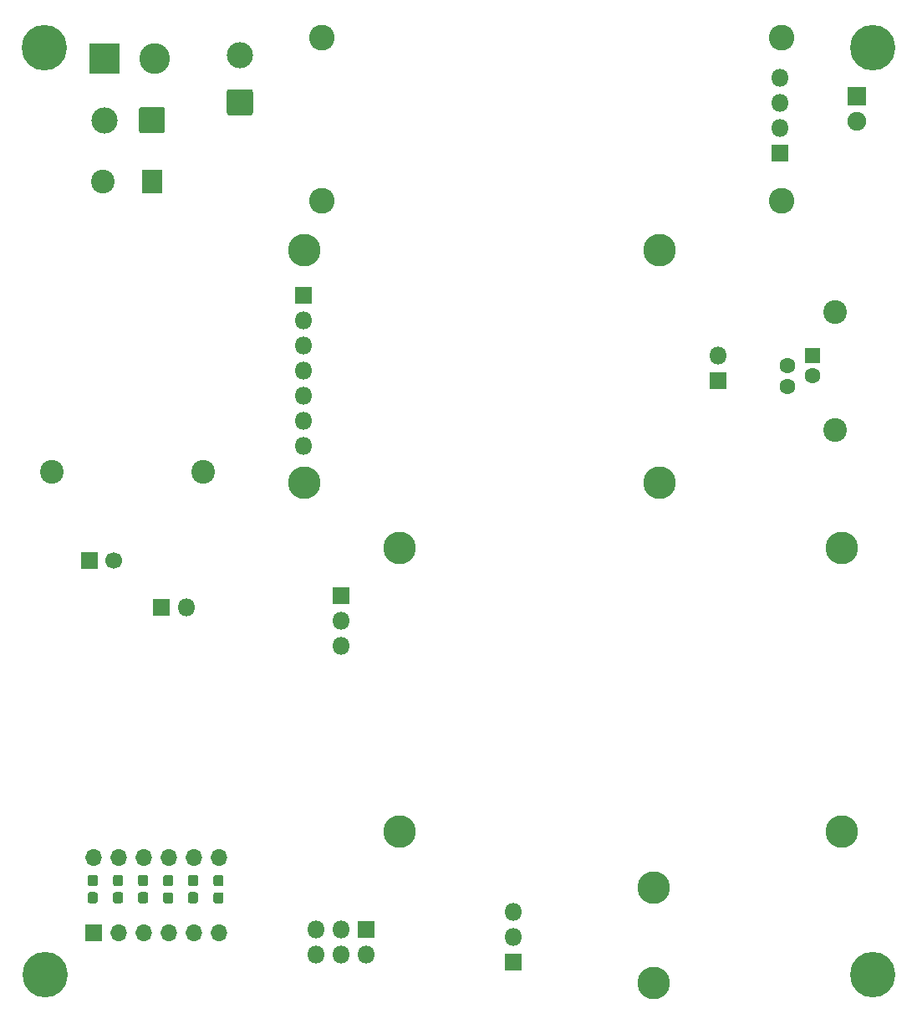
<source format=gbs>
G04 #@! TF.GenerationSoftware,KiCad,Pcbnew,(5.1.6)-1*
G04 #@! TF.CreationDate,2021-11-02T04:41:39+01:00*
G04 #@! TF.ProjectId,SLAVE,534c4156-452e-46b6-9963-61645f706362,V1*
G04 #@! TF.SameCoordinates,Original*
G04 #@! TF.FileFunction,Soldermask,Bot*
G04 #@! TF.FilePolarity,Negative*
%FSLAX46Y46*%
G04 Gerber Fmt 4.6, Leading zero omitted, Abs format (unit mm)*
G04 Created by KiCad (PCBNEW (5.1.6)-1) date 2021-11-02 04:41:39*
%MOMM*%
%LPD*%
G01*
G04 APERTURE LIST*
%ADD10C,4.600000*%
%ADD11C,2.600000*%
%ADD12C,3.300000*%
%ADD13C,1.700000*%
%ADD14R,1.700000X1.700000*%
%ADD15C,1.900000*%
%ADD16R,1.900000X1.900000*%
%ADD17C,2.650000*%
%ADD18R,1.800000X1.800000*%
%ADD19O,1.800000X1.800000*%
%ADD20C,3.100000*%
%ADD21R,3.100000X3.100000*%
%ADD22C,1.600000*%
%ADD23C,2.400000*%
%ADD24R,1.600000X1.600000*%
%ADD25R,2.100000X2.400000*%
%ADD26O,1.700000X1.700000*%
G04 APERTURE END LIST*
D10*
X189500000Y-55570000D03*
X189510000Y-149390000D03*
X105640000Y-55580000D03*
X105660000Y-149390000D03*
D11*
X180310000Y-71070000D03*
X180310000Y-54490000D03*
X133710000Y-71070000D03*
X133710000Y-54490000D03*
D12*
X186350000Y-106160000D03*
X186350000Y-134900000D03*
X167950000Y-99570000D03*
X167950000Y-76070000D03*
X167320000Y-150230000D03*
X167320000Y-140560000D03*
X141630000Y-134900000D03*
X141630000Y-106160000D03*
X131940000Y-99570000D03*
X131940000Y-76070000D03*
D13*
X112680000Y-107460000D03*
D14*
X110180000Y-107460000D03*
D15*
X187950000Y-62960000D03*
D16*
X187950000Y-60420000D03*
G36*
G01*
X126485197Y-62395000D02*
X124354803Y-62395000D01*
G75*
G02*
X124095000Y-62135197I0J259803D01*
G01*
X124095000Y-60004803D01*
G75*
G02*
X124354803Y-59745000I259803J0D01*
G01*
X126485197Y-59745000D01*
G75*
G02*
X126745000Y-60004803I0J-259803D01*
G01*
X126745000Y-62135197D01*
G75*
G02*
X126485197Y-62395000I-259803J0D01*
G01*
G37*
D17*
X125420000Y-56270000D03*
D18*
X117470000Y-112190000D03*
D19*
X120010000Y-112190000D03*
D20*
X116760000Y-56610000D03*
D21*
X111680000Y-56610000D03*
D19*
X133150000Y-147280000D03*
X133150000Y-144740000D03*
X135690000Y-147280000D03*
X135690000Y-144740000D03*
X138230000Y-147280000D03*
D18*
X138230000Y-144740000D03*
D19*
X153120000Y-142980000D03*
X153120000Y-145520000D03*
D18*
X153120000Y-148060000D03*
D17*
X111710000Y-62870000D03*
G36*
G01*
X117835000Y-61804803D02*
X117835000Y-63935197D01*
G75*
G02*
X117575197Y-64195000I-259803J0D01*
G01*
X115444803Y-64195000D01*
G75*
G02*
X115185000Y-63935197I0J259803D01*
G01*
X115185000Y-61804803D01*
G75*
G02*
X115444803Y-61545000I259803J0D01*
G01*
X117575197Y-61545000D01*
G75*
G02*
X117835000Y-61804803I0J-259803D01*
G01*
G37*
D19*
X180080000Y-58580000D03*
X180080000Y-61120000D03*
X180080000Y-63660000D03*
D18*
X180080000Y-66200000D03*
X135710000Y-110970000D03*
D19*
X135710000Y-113510000D03*
X135710000Y-116050000D03*
D18*
X131880000Y-80570000D03*
D19*
X131880000Y-83110000D03*
X131880000Y-85650000D03*
X131880000Y-88190000D03*
X131880000Y-90730000D03*
X131880000Y-93270000D03*
X131880000Y-95810000D03*
X173870000Y-86740000D03*
D18*
X173870000Y-89280000D03*
D22*
X180910000Y-89790000D03*
D23*
X185750000Y-94260000D03*
D22*
X183450000Y-88770000D03*
X180910000Y-87750000D03*
D24*
X183450000Y-86730000D03*
D23*
X185750000Y-82260000D03*
X106340000Y-98460000D03*
X111540000Y-69060000D03*
D25*
X116540000Y-69060000D03*
D23*
X121740000Y-98460000D03*
G36*
G01*
X123512500Y-140420000D02*
X122987500Y-140420000D01*
G75*
G02*
X122725000Y-140157500I0J262500D01*
G01*
X122725000Y-139532500D01*
G75*
G02*
X122987500Y-139270000I262500J0D01*
G01*
X123512500Y-139270000D01*
G75*
G02*
X123775000Y-139532500I0J-262500D01*
G01*
X123775000Y-140157500D01*
G75*
G02*
X123512500Y-140420000I-262500J0D01*
G01*
G37*
G36*
G01*
X123512500Y-142170000D02*
X122987500Y-142170000D01*
G75*
G02*
X122725000Y-141907500I0J262500D01*
G01*
X122725000Y-141282500D01*
G75*
G02*
X122987500Y-141020000I262500J0D01*
G01*
X123512500Y-141020000D01*
G75*
G02*
X123775000Y-141282500I0J-262500D01*
G01*
X123775000Y-141907500D01*
G75*
G02*
X123512500Y-142170000I-262500J0D01*
G01*
G37*
G36*
G01*
X120942500Y-142150000D02*
X120417500Y-142150000D01*
G75*
G02*
X120155000Y-141887500I0J262500D01*
G01*
X120155000Y-141262500D01*
G75*
G02*
X120417500Y-141000000I262500J0D01*
G01*
X120942500Y-141000000D01*
G75*
G02*
X121205000Y-141262500I0J-262500D01*
G01*
X121205000Y-141887500D01*
G75*
G02*
X120942500Y-142150000I-262500J0D01*
G01*
G37*
G36*
G01*
X120942500Y-140400000D02*
X120417500Y-140400000D01*
G75*
G02*
X120155000Y-140137500I0J262500D01*
G01*
X120155000Y-139512500D01*
G75*
G02*
X120417500Y-139250000I262500J0D01*
G01*
X120942500Y-139250000D01*
G75*
G02*
X121205000Y-139512500I0J-262500D01*
G01*
X121205000Y-140137500D01*
G75*
G02*
X120942500Y-140400000I-262500J0D01*
G01*
G37*
G36*
G01*
X118422500Y-140415000D02*
X117897500Y-140415000D01*
G75*
G02*
X117635000Y-140152500I0J262500D01*
G01*
X117635000Y-139527500D01*
G75*
G02*
X117897500Y-139265000I262500J0D01*
G01*
X118422500Y-139265000D01*
G75*
G02*
X118685000Y-139527500I0J-262500D01*
G01*
X118685000Y-140152500D01*
G75*
G02*
X118422500Y-140415000I-262500J0D01*
G01*
G37*
G36*
G01*
X118422500Y-142165000D02*
X117897500Y-142165000D01*
G75*
G02*
X117635000Y-141902500I0J262500D01*
G01*
X117635000Y-141277500D01*
G75*
G02*
X117897500Y-141015000I262500J0D01*
G01*
X118422500Y-141015000D01*
G75*
G02*
X118685000Y-141277500I0J-262500D01*
G01*
X118685000Y-141902500D01*
G75*
G02*
X118422500Y-142165000I-262500J0D01*
G01*
G37*
G36*
G01*
X115882500Y-142150000D02*
X115357500Y-142150000D01*
G75*
G02*
X115095000Y-141887500I0J262500D01*
G01*
X115095000Y-141262500D01*
G75*
G02*
X115357500Y-141000000I262500J0D01*
G01*
X115882500Y-141000000D01*
G75*
G02*
X116145000Y-141262500I0J-262500D01*
G01*
X116145000Y-141887500D01*
G75*
G02*
X115882500Y-142150000I-262500J0D01*
G01*
G37*
G36*
G01*
X115882500Y-140400000D02*
X115357500Y-140400000D01*
G75*
G02*
X115095000Y-140137500I0J262500D01*
G01*
X115095000Y-139512500D01*
G75*
G02*
X115357500Y-139250000I262500J0D01*
G01*
X115882500Y-139250000D01*
G75*
G02*
X116145000Y-139512500I0J-262500D01*
G01*
X116145000Y-140137500D01*
G75*
G02*
X115882500Y-140400000I-262500J0D01*
G01*
G37*
G36*
G01*
X113352500Y-140400000D02*
X112827500Y-140400000D01*
G75*
G02*
X112565000Y-140137500I0J262500D01*
G01*
X112565000Y-139512500D01*
G75*
G02*
X112827500Y-139250000I262500J0D01*
G01*
X113352500Y-139250000D01*
G75*
G02*
X113615000Y-139512500I0J-262500D01*
G01*
X113615000Y-140137500D01*
G75*
G02*
X113352500Y-140400000I-262500J0D01*
G01*
G37*
G36*
G01*
X113352500Y-142150000D02*
X112827500Y-142150000D01*
G75*
G02*
X112565000Y-141887500I0J262500D01*
G01*
X112565000Y-141262500D01*
G75*
G02*
X112827500Y-141000000I262500J0D01*
G01*
X113352500Y-141000000D01*
G75*
G02*
X113615000Y-141262500I0J-262500D01*
G01*
X113615000Y-141887500D01*
G75*
G02*
X113352500Y-142150000I-262500J0D01*
G01*
G37*
G36*
G01*
X110782500Y-142150000D02*
X110257500Y-142150000D01*
G75*
G02*
X109995000Y-141887500I0J262500D01*
G01*
X109995000Y-141262500D01*
G75*
G02*
X110257500Y-141000000I262500J0D01*
G01*
X110782500Y-141000000D01*
G75*
G02*
X111045000Y-141262500I0J-262500D01*
G01*
X111045000Y-141887500D01*
G75*
G02*
X110782500Y-142150000I-262500J0D01*
G01*
G37*
G36*
G01*
X110782500Y-140400000D02*
X110257500Y-140400000D01*
G75*
G02*
X109995000Y-140137500I0J262500D01*
G01*
X109995000Y-139512500D01*
G75*
G02*
X110257500Y-139250000I262500J0D01*
G01*
X110782500Y-139250000D01*
G75*
G02*
X111045000Y-139512500I0J-262500D01*
G01*
X111045000Y-140137500D01*
G75*
G02*
X110782500Y-140400000I-262500J0D01*
G01*
G37*
D26*
X110570000Y-137500000D03*
X123270000Y-145120000D03*
X113110000Y-137500000D03*
X120730000Y-145120000D03*
X115650000Y-137500000D03*
X118190000Y-145120000D03*
X118190000Y-137500000D03*
X115650000Y-145120000D03*
X120730000Y-137500000D03*
X113110000Y-145120000D03*
X123270000Y-137500000D03*
D14*
X110570000Y-145120000D03*
M02*

</source>
